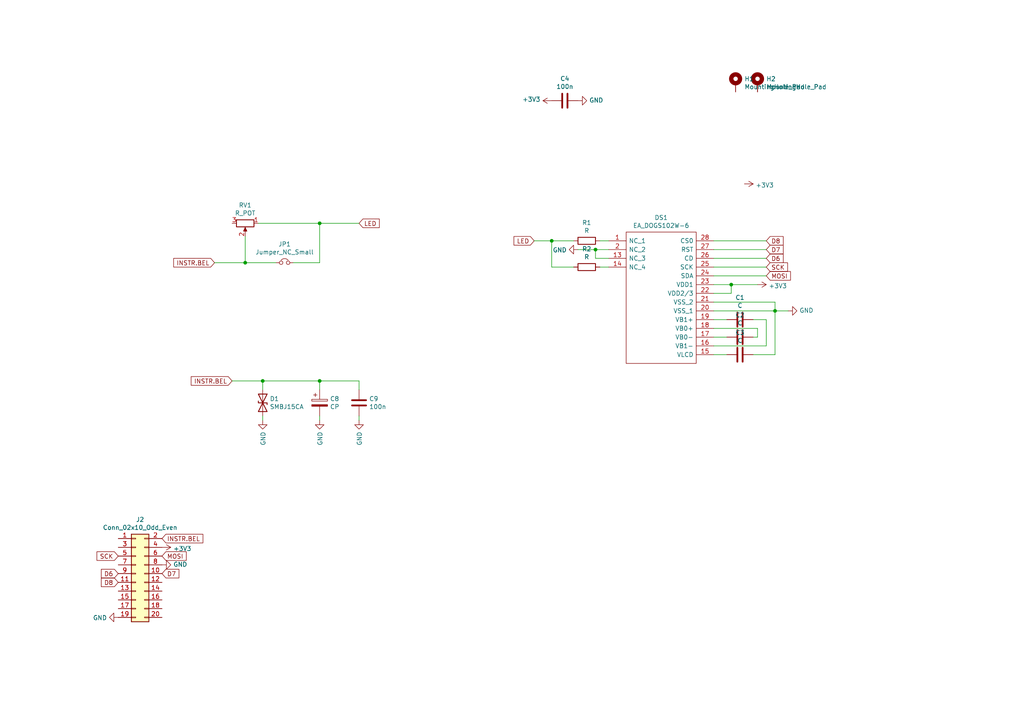
<source format=kicad_sch>
(kicad_sch (version 20230121) (generator eeschema)
  (paper "A4")
  (title_block (title "DOGS102") (date "2022-04-11") (rev "0.9.1") (company "fiz-o-matic.net"))
  (lib_symbols
    (symbol "Connector_Generic:Conn_02x10_Odd_Even" (pin_names (offset 1.016) hide)
      (property "Reference" "J" (at 1.27 12.7 0))
      (property "Value" "Conn_02x10_Odd_Even" (at 1.27 -15.24 0))
      (symbol "Conn_02x10_Odd_Even_1_1"
        (rectangle (start -1.27 -12.573) (end 0 -12.827) (stroke (width 0.1524)))
        (rectangle (start -1.27 -10.033) (end 0 -10.287) (stroke (width 0.1524)))
        (rectangle (start -1.27 -7.493) (end 0 -7.747) (stroke (width 0.1524)))
        (rectangle (start -1.27 -4.953) (end 0 -5.207) (stroke (width 0.1524)))
        (rectangle (start -1.27 -2.413) (end 0 -2.667) (stroke (width 0.1524)))
        (rectangle (start -1.27 0.127) (end 0 -0.127) (stroke (width 0.1524)))
        (rectangle (start -1.27 2.667) (end 0 2.413) (stroke (width 0.1524)))
        (rectangle (start -1.27 5.207) (end 0 4.953) (stroke (width 0.1524)))
        (rectangle (start -1.27 7.747) (end 0 7.493) (stroke (width 0.1524)))
        (rectangle (start -1.27 10.287) (end 0 10.033) (stroke (width 0.1524)))
        (rectangle (start -1.27 11.43) (end 3.81 -13.97) (stroke (width 0.254)) (fill (type background)))
        (rectangle (start 3.81 -12.573) (end 2.54 -12.827) (stroke (width 0.1524)))
        (rectangle (start 3.81 -10.033) (end 2.54 -10.287) (stroke (width 0.1524)))
        (rectangle (start 3.81 -7.493) (end 2.54 -7.747) (stroke (width 0.1524)))
        (rectangle (start 3.81 -4.953) (end 2.54 -5.207) (stroke (width 0.1524)))
        (rectangle (start 3.81 -2.413) (end 2.54 -2.667) (stroke (width 0.1524)))
        (rectangle (start 3.81 0.127) (end 2.54 -0.127) (stroke (width 0.1524)))
        (rectangle (start 3.81 2.667) (end 2.54 2.413) (stroke (width 0.1524)))
        (rectangle (start 3.81 5.207) (end 2.54 4.953) (stroke (width 0.1524)))
        (rectangle (start 3.81 7.747) (end 2.54 7.493) (stroke (width 0.1524)))
        (rectangle (start 3.81 10.287) (end 2.54 10.033) (stroke (width 0.1524)))
        (pin passive line (at -5.08 10.16 0) (length 3.81) (name "Pin_1") (number "1"))
        (pin passive line (at 7.62 0 180) (length 3.81) (name "Pin_10") (number "10"))
        (pin passive line (at -5.08 -2.54 0) (length 3.81) (name "Pin_11") (number "11"))
        (pin passive line (at 7.62 -2.54 180) (length 3.81) (name "Pin_12") (number "12"))
        (pin passive line (at -5.08 -5.08 0) (length 3.81) (name "Pin_13") (number "13"))
        (pin passive line (at 7.62 -5.08 180) (length 3.81) (name "Pin_14") (number "14"))
        (pin passive line (at -5.08 -7.62 0) (length 3.81) (name "Pin_15") (number "15"))
        (pin passive line (at 7.62 -7.62 180) (length 3.81) (name "Pin_16") (number "16"))
        (pin passive line (at -5.08 -10.16 0) (length 3.81) (name "Pin_17") (number "17"))
        (pin passive line (at 7.62 -10.16 180) (length 3.81) (name "Pin_18") (number "18"))
        (pin passive line (at -5.08 -12.7 0) (length 3.81) (name "Pin_19") (number "19"))
        (pin passive line (at 7.62 10.16 180) (length 3.81) (name "Pin_2") (number "2"))
        (pin passive line (at 7.62 -12.7 180) (length 3.81) (name "Pin_20") (number "20"))
        (pin passive line (at -5.08 7.62 0) (length 3.81) (name "Pin_3") (number "3"))
        (pin passive line (at 7.62 7.62 180) (length 3.81) (name "Pin_4") (number "4"))
        (pin passive line (at -5.08 5.08 0) (length 3.81) (name "Pin_5") (number "5"))
        (pin passive line (at 7.62 5.08 180) (length 3.81) (name "Pin_6") (number "6"))
        (pin passive line (at -5.08 2.54 0) (length 3.81) (name "Pin_7") (number "7"))
        (pin passive line (at 7.62 2.54 180) (length 3.81) (name "Pin_8") (number "8"))
        (pin passive line (at -5.08 0 0) (length 3.81) (name "Pin_9") (number "9"))
      )
    )
    (symbol "Device:C" (pin_numbers hide) (pin_names (offset 0.254))
      (property "Reference" "C" (at 0.635 2.54 0))
      (property "Value" "C" (at 0.635 -2.54 0))
      (symbol "C_0_1"
        (polyline (pts (xy -2.032 -0.762) (xy 2.032 -0.762)) (stroke (width 0.508)))
        (polyline (pts (xy -2.032 0.762) (xy 2.032 0.762)) (stroke (width 0.508)))
      )
      (symbol "C_1_1"
        (pin passive line (at 0 3.81 270) (length 2.794) (name "~") (number "1"))
        (pin passive line (at 0 -3.81 90) (length 2.794) (name "~") (number "2"))
      )
    )
    (symbol "Device:D_TVS" (pin_numbers hide) (pin_names (offset 1.016) hide)
      (property "Reference" "D" (at 0 2.54 0))
      (property "Value" "D_TVS" (at 0 -2.54 0))
      (symbol "D_TVS_0_1"
        (polyline (pts (xy 1.27 0) (xy -1.27 0)))
        (polyline (pts (xy 0.508 1.27) (xy 0 1.27) (xy 0 -1.27) (xy -0.508 -1.27)) (stroke (width 0.254)))
        (polyline (pts (xy -2.54 1.27) (xy -2.54 -1.27) (xy 2.54 1.27) (xy 2.54 -1.27) (xy -2.54 1.27)) (stroke (width 0.254)))
      )
      (symbol "D_TVS_1_1"
        (pin passive line (at -3.81 0 0) (length 2.54) (name "A1") (number "1"))
        (pin passive line (at 3.81 0 180) (length 2.54) (name "A2") (number "2"))
      )
    )
    (symbol "Device:R" (pin_numbers hide) (pin_names (offset 0))
      (property "Reference" "R" (at 2.032 0 90))
      (property "Value" "R" (at 0 0 90))
      (symbol "R_0_1"
        (rectangle (start -1.016 -2.54) (end 1.016 2.54) (stroke (width 0.254)))
      )
      (symbol "R_1_1"
        (pin passive line (at 0 3.81 270) (length 1.27) (name "~") (number "1"))
        (pin passive line (at 0 -3.81 90) (length 1.27) (name "~") (number "2"))
      )
    )
    (symbol "Mechanical:MountingHole_Pad" (pin_numbers hide) (pin_names (offset 1.016) hide)
      (property "Reference" "H" (at 0 6.35 0))
      (property "Value" "MountingHole_Pad" (at 0 4.445 0))
      (symbol "MountingHole_Pad_0_1"
        (circle (center 0 1.27) (radius 1.27) (stroke (width 1.27)))
      )
      (symbol "MountingHole_Pad_1_1"
        (pin input line (at 0 -2.54 90) (length 2.54) (name "1") (number "1"))
      )
    )
    (symbol "dogs102-rescue:+3.3V-power" (power) (pin_names (offset 0))
      (property "Value" "+3.3V-power" (at 0 3.556 0))
      (symbol "+3.3V-power_0_1"
        (polyline (pts (xy -0.762 1.27) (xy 0 2.54)))
        (polyline (pts (xy 0 0) (xy 0 2.54)))
        (polyline (pts (xy 0 2.54) (xy 0.762 1.27)))
      )
      (symbol "+3.3V-power_1_1"
        (pin power_in line (at 0 0 90) (length 0) hide (name "+3V3") (number "1"))
      )
    )
    (symbol "dogs102-rescue:CP-Device" (pin_numbers hide) (pin_names (offset 0.254))
      (property "Reference" "C" (at 0.635 2.54 0))
      (property "Value" "Device_CP" (at 0.635 -2.54 0))
      (symbol "CP-Device_0_1"
        (rectangle (start -2.286 0.508) (end 2.286 1.016))
        (polyline (pts (xy -1.778 2.286) (xy -0.762 2.286)))
        (polyline (pts (xy -1.27 2.794) (xy -1.27 1.778)))
        (rectangle (start 2.286 -0.508) (end -2.286 -1.016) (fill (type outline)))
      )
      (symbol "CP-Device_1_1"
        (pin passive line (at 0 3.81 270) (length 2.794) (name "~") (number "1"))
        (pin passive line (at 0 -3.81 90) (length 2.794) (name "~") (number "2"))
      )
    )
    (symbol "dogs102-rescue:EA_DOGS102W-6-dogs102_n" (pin_names (offset 0.762))
      (property "Reference" "DS" (at 26.67 7.62 0))
      (property "Value" "EA_DOGS102W-6-dogs102_n" (at 26.67 5.08 0))
      (symbol "EA_DOGS102W-6-dogs102_n_0_0"
        (pin unspecified line (at 0 0 0) (length 5.08) (name "NC_1") (number "1"))
        (pin unspecified line (at 0 -5.08 0) (length 5.08) (name "NC_3") (number "13"))
        (pin unspecified line (at 0 -7.62 0) (length 5.08) (name "NC_4") (number "14"))
        (pin unspecified line (at 30.48 -33.02 180) (length 5.08) (name "VLCD") (number "15"))
        (pin unspecified line (at 30.48 -30.48 180) (length 5.08) (name "VB1-") (number "16"))
        (pin unspecified line (at 30.48 -27.94 180) (length 5.08) (name "VB0-") (number "17"))
        (pin unspecified line (at 30.48 -25.4 180) (length 5.08) (name "VB0+") (number "18"))
        (pin unspecified line (at 30.48 -22.86 180) (length 5.08) (name "VB1+") (number "19"))
        (pin unspecified line (at 0 -2.54 0) (length 5.08) (name "NC_2") (number "2"))
        (pin unspecified line (at 30.48 -20.32 180) (length 5.08) (name "VSS_1") (number "20"))
        (pin unspecified line (at 30.48 -17.78 180) (length 5.08) (name "VSS_2") (number "21"))
        (pin unspecified line (at 30.48 -15.24 180) (length 5.08) (name "VDD2/3") (number "22"))
        (pin unspecified line (at 30.48 -12.7 180) (length 5.08) (name "VDD1") (number "23"))
        (pin unspecified line (at 30.48 -10.16 180) (length 5.08) (name "SDA") (number "24"))
        (pin unspecified line (at 30.48 -7.62 180) (length 5.08) (name "SCK") (number "25"))
        (pin unspecified line (at 30.48 -5.08 180) (length 5.08) (name "CD") (number "26"))
        (pin unspecified line (at 30.48 -2.54 180) (length 5.08) (name "RST") (number "27"))
        (pin unspecified line (at 30.48 0 180) (length 5.08) (name "CS0") (number "28"))
      )
      (symbol "EA_DOGS102W-6-dogs102_n_0_1"
        (polyline (pts (xy 5.08 2.54) (xy 25.4 2.54) (xy 25.4 -35.56) (xy 5.08 -35.56) (xy 5.08 2.54)) (stroke (width 0.1524)))
      )
    )
    (symbol "dogs102-rescue:Jumper_NC_Small-Device" (pin_numbers hide) (pin_names (offset 0.762) hide)
      (property "Reference" "JP" (at 0 2.032 0))
      (property "Value" "Device_Jumper_NC_Small" (at 0.254 -1.524 0))
      (symbol "Jumper_NC_Small-Device_0_1"
        (circle (center -1.016 0) (radius 0.508))
        (circle (center 1.016 0) (radius 0.508))
        (arc (start 1.016 0.762) (mid 0 1.1828) (end -1.016 0.762))
        (pin passive line (at -2.54 0 0) (length 1.016) (name "1") (number "1"))
        (pin passive line (at 2.54 0 180) (length 1.016) (name "2") (number "2"))
      )
    )
    (symbol "dogs102-rescue:R_POT-Device" (pin_names (offset 1.016) hide)
      (property "Reference" "RV" (at -4.445 0 90))
      (property "Value" "Device_R_POT" (at -2.54 0 90))
      (symbol "R_POT-Device_0_1"
        (polyline (pts (xy 2.54 0) (xy 1.524 0)))
        (polyline (pts (xy 1.143 0) (xy 2.286 0.508) (xy 2.286 -0.508) (xy 1.143 0)) (fill (type outline)))
        (rectangle (start 1.016 2.54) (end -1.016 -2.54) (stroke (width 0.254)))
      )
      (symbol "R_POT-Device_1_1"
        (pin passive line (at 0 3.81 270) (length 1.27) (name "1") (number "1"))
        (pin passive line (at 3.81 0 180) (length 1.27) (name "2") (number "2"))
        (pin passive line (at 0 -3.81 90) (length 1.27) (name "3") (number "3"))
      )
    )
    (symbol "dogs102:DINA4_L" (pin_numbers hide) (pin_names (offset 1.016) hide)
      (symbol "DINA4_L_2_0"
        (polyline (pts (xy 0 0) (xy 0 5.08)))
        (polyline (pts (xy 0 0) (xy 71.12 0)))
        (polyline (pts (xy 0 5.08) (xy 0 15.24)))
        (polyline (pts (xy 0 5.08) (xy 71.12 5.08)))
        (polyline (pts (xy 0 15.24) (xy 0 22.86)))
        (polyline (pts (xy 0 22.86) (xy 0 35.56)))
        (polyline (pts (xy 0 22.86) (xy 101.6 22.86)))
        (polyline (pts (xy 71.12 0) (xy 101.6 0)))
        (polyline (pts (xy 71.12 5.08) (xy 71.12 0)))
        (polyline (pts (xy 71.12 5.08) (xy 87.63 5.08)))
        (polyline (pts (xy 87.63 5.08) (xy 101.6 5.08)))
        (polyline (pts (xy 87.63 15.24) (xy 0 15.24)))
        (polyline (pts (xy 87.63 15.24) (xy 87.63 5.08)))
        (polyline (pts (xy 101.6 5.08) (xy 101.6 0)))
        (polyline (pts (xy 101.6 15.24) (xy 87.63 15.24)))
        (polyline (pts (xy 101.6 15.24) (xy 101.6 5.08)))
        (polyline (pts (xy 101.6 22.86) (xy 101.6 15.24)))
        (polyline (pts (xy 101.6 35.56) (xy 0 35.56)))
        (polyline (pts (xy 101.6 35.56) (xy 101.6 22.86)))
        (text ">DRAWING_NAME" (at 30.48 20.066 0) (effects (font (size 2.032 2.032))))
        (text ">LAST_DATE_TIME" (at 27.3558 2.286 0) (effects (font (size 2.032 2.032))))
        (text ">SHEET" (at 92.2274 2.286 0) (effects (font (size 2.032 2.032))))
        (text "Date:" (at 6.1468 2.286 0) (effects (font (size 2.032 2.032))))
        (text "Document Number:" (at 16.9164 12.446 0) (effects (font (size 2.032 2.032))))
        (text "REV:" (at 92.8116 12.446 0) (effects (font (size 2.032 2.032))))
        (text "Sheet:" (at 78.2574 2.286 0) (effects (font (size 2.032 2.032))))
        (text "TITLE:" (at 7.1374 20.066 0) (effects (font (size 2.032 2.032))))
      )
    )
    (symbol "power:GND" (power) (pin_names (offset 0))
      (property "Value" "GND" (at 0 -3.81 0))
      (symbol "GND_0_1"
        (polyline (pts (xy 0 0) (xy 0 -1.27) (xy 1.27 -1.27) (xy 0 -2.54) (xy -1.27 -1.27) (xy 0 -1.27)))
      )
      (symbol "GND_1_1"
        (pin power_in line (at 0 0 270) (length 0) hide (name "GND") (number "1"))
      )
    )
  )
  (junction (at 76.2 110.49))
  (junction (at 212.09 82.55))
  (junction (at 160.02 69.85))
  (junction (at 92.71 64.77))
  (junction (at 92.71 110.49))
  (junction (at 71.12 76.2))
  (junction (at 172.72 72.39))
  (junction (at 224.79 90.17))
  (wire (pts (xy 207.01 82.55) (xy 212.09 82.55)))
  (wire (pts (xy 104.14 110.49) (xy 104.14 113.03)))
  (wire (pts (xy 92.71 110.49) (xy 104.14 110.49)))
  (wire (pts (xy 176.53 72.39) (xy 172.72 72.39)))
  (wire (pts (xy 219.71 95.25) (xy 207.01 95.25)))
  (wire (pts (xy 212.09 85.09) (xy 212.09 82.55)))
  (wire (pts (xy 104.14 120.65) (xy 104.14 121.92)))
  (wire (pts (xy 222.25 100.33) (xy 222.25 92.71)))
  (wire (pts (xy 207.01 100.33) (xy 222.25 100.33)))
  (wire (pts (xy 207.01 90.17) (xy 224.79 90.17)))
  (wire (pts (xy 76.2 120.65) (xy 76.2 121.92)))
  (wire (pts (xy 224.79 87.63) (xy 224.79 90.17)))
  (wire (pts (xy 172.72 72.39) (xy 167.64 72.39)))
  (wire (pts (xy 92.71 120.65) (xy 92.71 121.92)))
  (wire (pts (xy 76.2 110.49) (xy 92.71 110.49)))
  (wire (pts (xy 160.02 69.85) (xy 166.37 69.85)))
  (wire (pts (xy 224.79 90.17) (xy 224.79 102.87)))
  (wire (pts (xy 218.44 97.79) (xy 219.71 97.79)))
  (wire (pts (xy 176.53 74.93) (xy 172.72 74.93)))
  (wire (pts (xy 92.71 64.77) (xy 104.14 64.77)))
  (wire (pts (xy 207.01 72.39) (xy 222.25 72.39)))
  (wire (pts (xy 154.94 69.85) (xy 160.02 69.85)))
  (wire (pts (xy 207.01 92.71) (xy 210.82 92.71)))
  (wire (pts (xy 92.71 110.49) (xy 92.71 113.03)))
  (wire (pts (xy 207.01 97.79) (xy 210.82 97.79)))
  (wire (pts (xy 67.31 110.49) (xy 76.2 110.49)))
  (wire (pts (xy 207.01 77.47) (xy 222.25 77.47)))
  (wire (pts (xy 207.01 85.09) (xy 212.09 85.09)))
  (wire (pts (xy 224.79 102.87) (xy 218.44 102.87)))
  (wire (pts (xy 92.71 76.2) (xy 92.71 64.77)))
  (wire (pts (xy 219.71 97.79) (xy 219.71 95.25)))
  (wire (pts (xy 62.23 76.2) (xy 71.12 76.2)))
  (wire (pts (xy 207.01 80.01) (xy 222.25 80.01)))
  (wire (pts (xy 173.99 69.85) (xy 176.53 69.85)))
  (wire (pts (xy 172.72 74.93) (xy 172.72 72.39)))
  (wire (pts (xy 207.01 102.87) (xy 210.82 102.87)))
  (wire (pts (xy 222.25 92.71) (xy 218.44 92.71)))
  (wire (pts (xy 224.79 90.17) (xy 228.6 90.17)))
  (wire (pts (xy 207.01 87.63) (xy 224.79 87.63)))
  (wire (pts (xy 212.09 82.55) (xy 219.71 82.55)))
  (wire (pts (xy 71.12 76.2) (xy 80.01 76.2)))
  (wire (pts (xy 207.01 69.85) (xy 222.25 69.85)))
  (wire (pts (xy 166.37 77.47) (xy 160.02 77.47)))
  (wire (pts (xy 71.12 76.2) (xy 71.12 68.58)))
  (wire (pts (xy 85.09 76.2) (xy 92.71 76.2)))
  (wire (pts (xy 173.99 77.47) (xy 176.53 77.47)))
  (wire (pts (xy 74.93 64.77) (xy 92.71 64.77)))
  (wire (pts (xy 207.01 74.93) (xy 222.25 74.93)))
  (wire (pts (xy 76.2 110.49) (xy 76.2 113.03)))
  (wire (pts (xy 160.02 77.47) (xy 160.02 69.85)))
  (global_label "MOSI" (shape input) (at 46.99 161.29 0) (property "Intersheetrefs" "${INTERSHEET_REFS}" (effects hide)))
  (global_label "D6" (shape input) (at 34.29 166.37 180) (property "Intersheetrefs" "${INTERSHEET_REFS}" (effects hide)))
  (global_label "D8" (shape input) (at 222.25 69.85 0) (property "Intersheetrefs" "${INTERSHEET_REFS}" (effects hide)))
  (global_label "MOSI" (shape input) (at 222.25 80.01 0) (property "Intersheetrefs" "${INTERSHEET_REFS}" (effects hide)))
  (global_label "SCK" (shape input) (at 34.29 161.29 180) (property "Intersheetrefs" "${INTERSHEET_REFS}" (effects hide)))
  (global_label "D8" (shape input) (at 34.29 168.91 180) (property "Intersheetrefs" "${INTERSHEET_REFS}" (effects hide)))
  (global_label "INSTR.BEL" (shape input) (at 67.31 110.49 180) (property "Intersheetrefs" "${INTERSHEET_REFS}" (effects hide)))
  (global_label "D7" (shape input) (at 46.99 166.37 0) (property "Intersheetrefs" "${INTERSHEET_REFS}" (effects hide)))
  (global_label "LED" (shape input) (at 154.94 69.85 180) (property "Intersheetrefs" "${INTERSHEET_REFS}" (effects hide)))
  (global_label "SCK" (shape input) (at 222.25 77.47 0) (property "Intersheetrefs" "${INTERSHEET_REFS}" (effects hide)))
  (global_label "INSTR.BEL" (shape input) (at 46.99 156.21 0) (property "Intersheetrefs" "${INTERSHEET_REFS}" (effects hide)))
  (global_label "INSTR.BEL" (shape input) (at 62.23 76.2 180) (property "Intersheetrefs" "${INTERSHEET_REFS}" (effects hide)))
  (global_label "D6" (shape input) (at 222.25 74.93 0) (property "Intersheetrefs" "${INTERSHEET_REFS}" (effects hide)))
  (global_label "LED" (shape input) (at 104.14 64.77 0) (property "Intersheetrefs" "${INTERSHEET_REFS}" (effects hide)))
  (global_label "D7" (shape input) (at 222.25 72.39 0) (property "Intersheetrefs" "${INTERSHEET_REFS}" (effects hide)))
  (symbol (lib_id "dogs102:DINA4_L") (at 31.75 207.01 0) (unit 1)
    (property "Reference" "#FRAME1" (effects hide))
  )
  (symbol (lib_id "dogs102-rescue:EA_DOGS102W-6-dogs102_n") (at 176.53 69.85 0) (unit 1)
    (property "Reference" "DS1" (at 191.77 63.119 0))
    (property "Value" "EA_DOGS102W-6" (at 191.77 65.4304 0))
    (property "Footprint" "fiz-o-matic:EA-DOGS102W-6" (effects hide))
    (property "Datasheet" "http://www.lcd-module.com/eng/pdf/grafik/dogs102-6e.pdf" (effects hide))
    (property "Description" "LCD Graphic Display Modules & Accessories FSTN (+) Transflect White Background" (effects hide))
    (property "Manufacturer_Name" "ELECTRONIC ASSEMBLY" (effects hide))
    (property "Manufacturer_Part_Number" "EA DOGS102W-6" (effects hide))
    (property "Mouser Part Number" "790-EADOGS102W-6" (effects hide))
    (property "Mouser Price/Stock" "https://www.mouser.com/Search/Refine.aspx?Keyword=790-EADOGS102W-6" (effects hide))
  )
  (symbol (lib_id "Device:C") (at 214.63 97.79 270) (unit 1)
    (property "Reference" "C2" (at 214.63 91.3892 90))
    (property "Value" "C" (at 214.63 93.7006 90))
    (property "Footprint" "Capacitor_SMD:C_1210_3225Metric_Pad1.33x2.70mm_HandSolder" (effects hide))
  )
  (symbol (lib_id "Device:C") (at 214.63 92.71 270) (unit 1)
    (property "Reference" "C1" (at 214.63 86.3092 90))
    (property "Value" "C" (at 214.63 88.6206 90))
    (property "Footprint" "Capacitor_SMD:C_1210_3225Metric_Pad1.33x2.70mm_HandSolder" (effects hide))
  )
  (symbol (lib_id "Device:C") (at 214.63 102.87 270) (unit 1)
    (property "Reference" "C3" (at 214.63 96.4692 90))
    (property "Value" "C" (at 214.63 98.7806 90))
    (property "Footprint" "Capacitor_SMD:C_1210_3225Metric_Pad1.33x2.70mm_HandSolder" (effects hide))
  )
  (symbol (lib_id "dogs102-rescue:+3.3V-power") (at 219.71 82.55 270) (unit 1)
    (property "Reference" "#PWR0102" (effects hide))
    (property "Value" "+3.3V" (at 222.9612 82.931 90) (effects (justify left)))
  )
  (symbol (lib_id "dogs102-rescue:+3.3V-power") (at 215.9 53.34 270) (unit 1)
    (property "Reference" "#PWR0105" (effects hide))
    (property "Value" "+3.3V" (at 219.1512 53.721 90) (effects (justify left)))
  )
  (symbol (lib_id "Mechanical:MountingHole_Pad") (at 213.36 24.13 0) (unit 1)
    (property "Reference" "H1" (at 215.9 22.8854 0) (effects (justify left)))
    (property "Value" "MountingHole_Pad" (at 215.9 25.1968 0) (effects (justify left)))
    (property "Footprint" "MountingHole:MountingHole_3.2mm_M3_Pad_Via" (effects hide))
  )
  (symbol (lib_id "Mechanical:MountingHole_Pad") (at 219.71 24.13 0) (unit 1)
    (property "Reference" "H2" (at 222.25 22.8854 0) (effects (justify left)))
    (property "Value" "MountingHole_Pad" (at 222.25 25.1968 0) (effects (justify left)))
    (property "Footprint" "MountingHole:MountingHole_3.2mm_M3_Pad_Via" (effects hide))
  )
  (symbol (lib_id "Device:C") (at 163.83 29.21 270) (unit 1)
    (property "Reference" "C4" (at 163.83 22.8092 90))
    (property "Value" "100n" (at 163.83 25.1206 90))
    (property "Footprint" "Capacitor_SMD:C_0805_2012Metric" (effects hide))
  )
  (symbol (lib_id "dogs102-rescue:+3.3V-power") (at 160.02 29.21 90) (unit 1)
    (property "Reference" "#PWR0113" (effects hide))
    (property "Value" "+3.3V" (at 156.7688 28.829 90) (effects (justify left)))
  )
  (symbol (lib_id "power:GND") (at 228.6 90.17 90) (unit 1)
    (property "Reference" "#PWR0115" (effects hide))
    (property "Value" "GND" (at 231.8512 90.043 90) (effects (justify right)))
  )
  (symbol (lib_id "power:GND") (at 167.64 29.21 90) (unit 1)
    (property "Reference" "#PWR0116" (effects hide))
    (property "Value" "GND" (at 170.8912 29.083 90) (effects (justify right)))
  )
  (symbol (lib_id "power:GND") (at 167.64 72.39 270) (unit 1)
    (property "Reference" "#PWR0120" (effects hide))
    (property "Value" "GND" (at 164.3888 72.517 90) (effects (justify right)))
  )
  (symbol (lib_id "dogs102-rescue:CP-Device") (at 92.71 116.84 0) (unit 1)
    (property "Reference" "C8" (at 95.7072 115.6716 0) (effects (justify left)))
    (property "Value" "CP" (at 95.7072 117.983 0) (effects (justify left)))
    (property "Footprint" "Capacitor_SMD:CP_Elec_5x3" (effects hide))
  )
  (symbol (lib_id "Device:C") (at 104.14 116.84 0) (unit 1)
    (property "Reference" "C9" (at 107.061 115.6716 0) (effects (justify left)))
    (property "Value" "100n" (at 107.061 117.983 0) (effects (justify left)))
    (property "Footprint" "Capacitor_SMD:C_0805_2012Metric" (effects hide))
  )
  (symbol (lib_id "Device:D_TVS") (at 76.2 116.84 270) (unit 1)
    (property "Reference" "D1" (at 78.232 115.6716 90) (effects (justify left)))
    (property "Value" "SMBJ15CA" (at 78.232 117.983 90) (effects (justify left)))
    (property "Footprint" "Diode_SMD:D_SMB" (effects hide))
  )
  (symbol (lib_id "Device:R") (at 170.18 69.85 270) (unit 1)
    (property "Reference" "R1" (at 170.18 64.5922 90))
    (property "Value" "R" (at 170.18 66.9036 90))
    (property "Footprint" "Resistor_SMD:R_0805_2012Metric" (effects hide))
  )
  (symbol (lib_id "Device:R") (at 170.18 77.47 270) (unit 1)
    (property "Reference" "R2" (at 170.18 72.2122 90))
    (property "Value" "R" (at 170.18 74.5236 90))
    (property "Footprint" "Resistor_SMD:R_0805_2012Metric" (effects hide))
  )
  (symbol (lib_id "power:GND") (at 76.2 121.92 0) (unit 1)
    (property "Reference" "#PWR0121" (effects hide))
    (property "Value" "GND" (at 76.327 125.1712 90) (effects (justify right)))
  )
  (symbol (lib_id "power:GND") (at 92.71 121.92 0) (unit 1)
    (property "Reference" "#PWR0122" (effects hide))
    (property "Value" "GND" (at 92.837 125.1712 90) (effects (justify right)))
  )
  (symbol (lib_id "power:GND") (at 104.14 121.92 0) (unit 1)
    (property "Reference" "#PWR0123" (effects hide))
    (property "Value" "GND" (at 104.267 125.1712 90) (effects (justify right)))
  )
  (symbol (lib_id "Connector_Generic:Conn_02x10_Odd_Even") (at 39.37 166.37 0) (unit 1)
    (property "Reference" "J2" (at 40.64 150.6982 0))
    (property "Value" "Conn_02x10_Odd_Even" (at 40.64 153.0096 0))
    (property "Footprint" "Connector_PinHeader_2.54mm:PinHeader_2x10_P2.54mm_Vertical" (effects hide))
  )
  (symbol (lib_id "power:GND") (at 46.99 163.83 90) (unit 1)
    (property "Reference" "#PWR0104" (effects hide))
    (property "Value" "GND" (at 50.2412 163.703 90) (effects (justify right)))
  )
  (symbol (lib_id "power:GND") (at 34.29 179.07 270) (unit 1)
    (property "Reference" "#PWR0124" (effects hide))
    (property "Value" "GND" (at 31.0388 179.197 90) (effects (justify right)))
  )
  (symbol (lib_id "dogs102-rescue:+3.3V-power") (at 46.99 158.75 270) (unit 1)
    (property "Reference" "#PWR0103" (effects hide))
    (property "Value" "+3.3V" (at 50.2412 159.131 90) (effects (justify left)))
  )
  (symbol (lib_id "dogs102-rescue:R_POT-Device") (at 71.12 64.77 270) (unit 1)
    (property "Reference" "RV1" (at 71.12 59.5122 90))
    (property "Value" "R_POT" (at 71.12 61.8236 90))
    (property "Footprint" "Potentiometer_THT:Potentiometer_Piher_PT-6-V_Vertical" (effects hide))
  )
  (symbol (lib_id "dogs102-rescue:Jumper_NC_Small-Device") (at 82.55 76.2 0) (unit 1)
    (property "Reference" "JP1" (at 82.55 70.8152 0))
    (property "Value" "Jumper_NC_Small" (at 82.55 73.1266 0))
    (property "Footprint" "Jumper:SolderJumper-2_P1.3mm_Bridged_RoundedPad1.0x1.5mm" (effects hide))
  )
)
</source>
